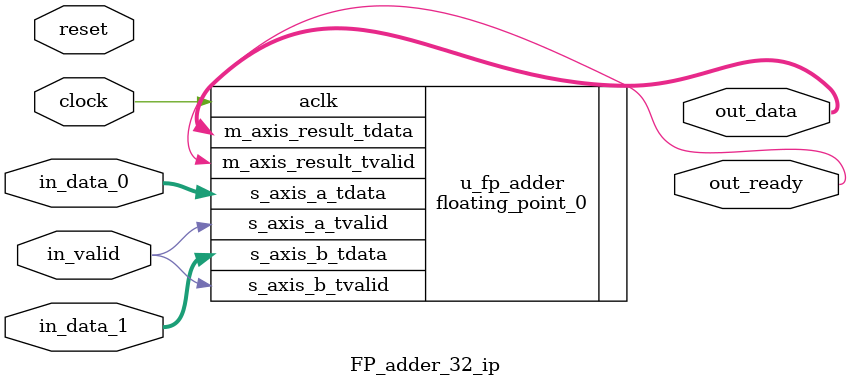
<source format=sv>

module FP_adder_32_ip(
  input         clock,
                reset,
                in_valid,
  input  [31:0] in_data_0,
                in_data_1,
  output [31:0] out_data,
  output        out_ready
);

floating_point_0 u_fp_adder(.s_axis_a_tdata      (in_data_0),
                            .s_axis_a_tvalid     (in_valid ),
                            .s_axis_b_tdata      (in_data_1),
                            .s_axis_b_tvalid     (in_valid ),
                            .m_axis_result_tdata (out_data ),
                            .m_axis_result_tvalid(out_ready),
                            .aclk                (clock    ));
endmodule


</source>
